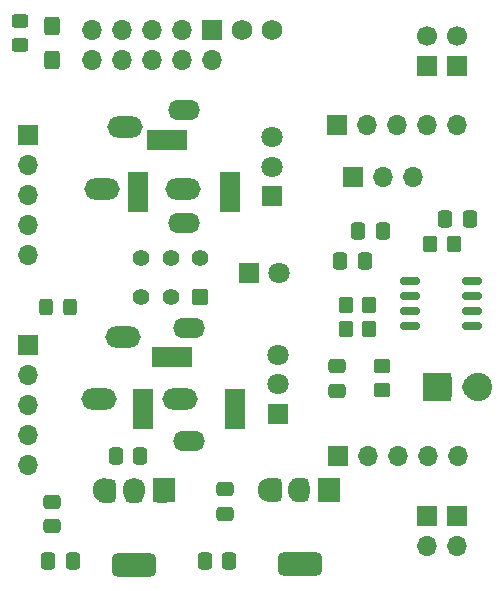
<source format=gbr>
%TF.GenerationSoftware,KiCad,Pcbnew,8.0.4*%
%TF.CreationDate,2024-08-25T20:22:04-07:00*%
%TF.ProjectId,Croissant_Protoboard,43726f69-7373-4616-9e74-5f50726f746f,rev?*%
%TF.SameCoordinates,Original*%
%TF.FileFunction,Soldermask,Top*%
%TF.FilePolarity,Negative*%
%FSLAX46Y46*%
G04 Gerber Fmt 4.6, Leading zero omitted, Abs format (unit mm)*
G04 Created by KiCad (PCBNEW 8.0.4) date 2024-08-25 20:22:04*
%MOMM*%
%LPD*%
G01*
G04 APERTURE LIST*
G04 Aperture macros list*
%AMRoundRect*
0 Rectangle with rounded corners*
0 $1 Rounding radius*
0 $2 $3 $4 $5 $6 $7 $8 $9 X,Y pos of 4 corners*
0 Add a 4 corners polygon primitive as box body*
4,1,4,$2,$3,$4,$5,$6,$7,$8,$9,$2,$3,0*
0 Add four circle primitives for the rounded corners*
1,1,$1+$1,$2,$3*
1,1,$1+$1,$4,$5*
1,1,$1+$1,$6,$7*
1,1,$1+$1,$8,$9*
0 Add four rect primitives between the rounded corners*
20,1,$1+$1,$2,$3,$4,$5,0*
20,1,$1+$1,$4,$5,$6,$7,0*
20,1,$1+$1,$6,$7,$8,$9,0*
20,1,$1+$1,$8,$9,$2,$3,0*%
G04 Aperture macros list end*
%ADD10RoundRect,0.250000X-0.337500X-0.475000X0.337500X-0.475000X0.337500X0.475000X-0.337500X0.475000X0*%
%ADD11R,1.700000X1.700000*%
%ADD12O,1.700000X1.700000*%
%ADD13RoundRect,0.250000X0.337500X0.475000X-0.337500X0.475000X-0.337500X-0.475000X0.337500X-0.475000X0*%
%ADD14RoundRect,0.250000X0.350000X0.450000X-0.350000X0.450000X-0.350000X-0.450000X0.350000X-0.450000X0*%
%ADD15R,1.800000X1.800000*%
%ADD16C,1.800000*%
%ADD17R,1.905000X2.000000*%
%ADD18O,1.905000X2.000000*%
%ADD19RoundRect,0.250000X-0.350000X-0.450000X0.350000X-0.450000X0.350000X0.450000X-0.350000X0.450000X0*%
%ADD20RoundRect,0.250000X-0.620000X-0.620000X0.620000X-0.620000X0.620000X0.620000X-0.620000X0.620000X0*%
%ADD21C,1.740000*%
%ADD22R,1.800000X3.500000*%
%ADD23R,3.500000X1.800000*%
%ADD24RoundRect,0.250000X0.475000X-0.337500X0.475000X0.337500X-0.475000X0.337500X-0.475000X-0.337500X0*%
%ADD25O,2.700000X1.700000*%
%ADD26RoundRect,0.250000X-0.325000X-0.450000X0.325000X-0.450000X0.325000X0.450000X-0.325000X0.450000X0*%
%ADD27RoundRect,0.250000X-0.425000X0.537500X-0.425000X-0.537500X0.425000X-0.537500X0.425000X0.537500X0*%
%ADD28RoundRect,0.375000X-0.375000X0.625000X-0.375000X-0.625000X0.375000X-0.625000X0.375000X0.625000X0*%
%ADD29RoundRect,0.500000X-1.400000X0.500000X-1.400000X-0.500000X1.400000X-0.500000X1.400000X0.500000X0*%
%ADD30C,1.700000*%
%ADD31R,2.400000X2.400000*%
%ADD32C,2.400000*%
%ADD33RoundRect,0.250000X-0.475000X0.337500X-0.475000X-0.337500X0.475000X-0.337500X0.475000X0.337500X0*%
%ADD34RoundRect,0.250000X-0.450000X0.350000X-0.450000X-0.350000X0.450000X-0.350000X0.450000X0.350000X0*%
%ADD35RoundRect,0.250000X0.450000X0.450000X-0.450000X0.450000X-0.450000X-0.450000X0.450000X-0.450000X0*%
%ADD36C,1.400000*%
%ADD37RoundRect,0.150000X-0.675000X-0.150000X0.675000X-0.150000X0.675000X0.150000X-0.675000X0.150000X0*%
%ADD38C,0.100000*%
%ADD39O,3.000000X1.800000*%
%ADD40RoundRect,0.250000X0.450000X-0.325000X0.450000X0.325000X-0.450000X0.325000X-0.450000X-0.325000X0*%
G04 APERTURE END LIST*
D10*
%TO.C,C10*%
X77966275Y-66040000D03*
X80041275Y-66040000D03*
%TD*%
D11*
%TO.C,P2*%
X65540000Y-49000000D03*
D12*
X65540000Y-51540000D03*
X55380000Y-49000000D03*
X55380000Y-51540000D03*
X63000000Y-49000000D03*
X60460000Y-49000000D03*
X57920000Y-49000000D03*
X63000000Y-51540000D03*
X60460000Y-51540000D03*
X57920000Y-51540000D03*
%TD*%
D13*
%TO.C,C5*%
X59518449Y-85100156D03*
X57443449Y-85100156D03*
%TD*%
D14*
%TO.C,R6*%
X78908606Y-72278105D03*
X76908606Y-72278105D03*
%TD*%
D13*
%TO.C,C14*%
X87397500Y-65000000D03*
X85322500Y-65000000D03*
%TD*%
D15*
%TO.C,D6*%
X68671500Y-69634025D03*
D16*
X71211500Y-69634025D03*
%TD*%
D17*
%TO.C,U1*%
X75510324Y-87983999D03*
D18*
X72970324Y-87983999D03*
X70430324Y-87983999D03*
%TD*%
D14*
%TO.C,R5*%
X78895578Y-74299061D03*
X76895578Y-74299061D03*
%TD*%
D19*
%TO.C,R4*%
X84067497Y-67121656D03*
X86067497Y-67121656D03*
%TD*%
D11*
%TO.C,J5*%
X77472723Y-61460000D03*
D12*
X80012723Y-61460000D03*
X82552723Y-61460000D03*
%TD*%
D20*
%TO.C,P1*%
X65540000Y-49000000D03*
D21*
X68080000Y-49000000D03*
X70620000Y-49000000D03*
%TD*%
D22*
%TO.C,J4*%
X59718449Y-81100156D03*
D23*
X62218449Y-76700156D03*
D22*
X67518449Y-81100156D03*
%TD*%
D24*
%TO.C,C12*%
X76200000Y-79545000D03*
X76200000Y-77470000D03*
%TD*%
D25*
%TO.C,RV1*%
X63188260Y-65385027D03*
X63188260Y-55785027D03*
D15*
X70688260Y-63085027D03*
D16*
X70688260Y-60585027D03*
X70688260Y-58085027D03*
%TD*%
D13*
%TO.C,C9*%
X53772843Y-93968688D03*
X51697843Y-93968688D03*
%TD*%
D26*
%TO.C,D1*%
X51519020Y-72460861D03*
X53569020Y-72460861D03*
%TD*%
D27*
%TO.C,C3*%
X51995534Y-48684028D03*
X51995534Y-51559028D03*
%TD*%
D28*
%TO.C,U3*%
X61306548Y-88028448D03*
X59006548Y-88028448D03*
D29*
X59006548Y-94328448D03*
D28*
X56706548Y-88028448D03*
%TD*%
D30*
%TO.C,P9*%
X86357855Y-49530000D03*
D11*
X86357855Y-52070000D03*
%TD*%
D31*
%TO.C,J7*%
X84597376Y-79246295D03*
D32*
X88097376Y-79246295D03*
%TD*%
D11*
%TO.C,P8*%
X83814110Y-90170000D03*
D12*
X83814110Y-92710000D03*
%TD*%
D11*
%TO.C,P10*%
X86360000Y-90176713D03*
D12*
X86360000Y-92716713D03*
%TD*%
D33*
%TO.C,C7*%
X52000000Y-88962500D03*
X52000000Y-91037500D03*
%TD*%
D11*
%TO.C,A1*%
X76191276Y-57069118D03*
D12*
X78731276Y-57069118D03*
X81271276Y-57069118D03*
X83811276Y-57069118D03*
X86351276Y-57069118D03*
%TD*%
D30*
%TO.C,P7*%
X83811276Y-49540868D03*
D11*
X83811276Y-52080868D03*
%TD*%
%TO.C,A4*%
X50000000Y-75714262D03*
D12*
X50000000Y-78254262D03*
X50000000Y-80794262D03*
X50000000Y-83334262D03*
X50000000Y-85874262D03*
%TD*%
D11*
%TO.C,A2*%
X76208801Y-85090000D03*
D12*
X78748801Y-85090000D03*
X81288801Y-85090000D03*
X83828801Y-85090000D03*
X86368801Y-85090000D03*
%TD*%
D11*
%TO.C,A3*%
X50013691Y-57939292D03*
D12*
X50013691Y-60479292D03*
X50013691Y-63019292D03*
X50013691Y-65559292D03*
X50013691Y-68099292D03*
%TD*%
D34*
%TO.C,R7*%
X80010000Y-77470000D03*
X80010000Y-79470000D03*
%TD*%
D35*
%TO.C,SW1*%
X64582831Y-71624680D03*
D36*
X62082831Y-71624680D03*
X59582831Y-71624680D03*
X59582831Y-68324680D03*
X62082831Y-68324680D03*
X64582831Y-68324680D03*
%TD*%
D28*
%TO.C,U4*%
X75300000Y-87964264D03*
X73000000Y-87964264D03*
D29*
X73000000Y-94264264D03*
D28*
X70700000Y-87964264D03*
%TD*%
D33*
%TO.C,C6*%
X66706548Y-87925000D03*
X66706548Y-90000000D03*
%TD*%
D10*
%TO.C,C8*%
X64962500Y-94000000D03*
X67037500Y-94000000D03*
%TD*%
D25*
%TO.C,RV2*%
X63656922Y-83813864D03*
X63656922Y-74213864D03*
D15*
X71156922Y-81513864D03*
D16*
X71156922Y-79013864D03*
X71156922Y-76513864D03*
%TD*%
D37*
%TO.C,U5*%
X82380000Y-70257280D03*
X82380000Y-71527280D03*
X82380000Y-72797280D03*
X82380000Y-74067280D03*
X87630000Y-74067280D03*
X87630000Y-72797280D03*
X87630000Y-71527280D03*
X87630000Y-70257280D03*
%TD*%
D17*
%TO.C,U2*%
X61503159Y-87983999D03*
D18*
X58963159Y-87983999D03*
X56423159Y-87983999D03*
%TD*%
D38*
%TO.C,J1*%
X61741109Y-59859364D03*
D39*
X58251109Y-57209364D03*
X56297109Y-62509364D03*
X63155109Y-62509364D03*
%TD*%
D10*
%TO.C,C11*%
X76432500Y-68580000D03*
X78507500Y-68580000D03*
%TD*%
D22*
%TO.C,J3*%
X59292981Y-62697583D03*
D23*
X61792981Y-58297583D03*
D22*
X67092981Y-62697583D03*
%TD*%
D38*
%TO.C,J2*%
X61490000Y-77650000D03*
D39*
X58000000Y-75000000D03*
X56046000Y-80300000D03*
X62904000Y-80300000D03*
%TD*%
D11*
%TO.C,J6*%
X85090000Y-79240686D03*
D12*
X87630000Y-79240686D03*
%TD*%
D40*
%TO.C,D4*%
X49342599Y-50298883D03*
X49342599Y-48248883D03*
%TD*%
M02*

</source>
